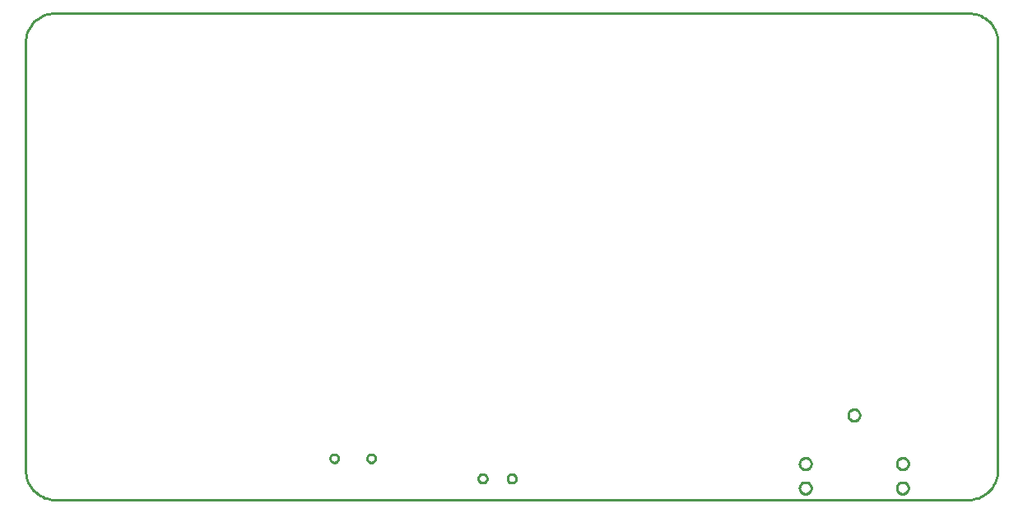
<source format=gbr>
G04 EAGLE Gerber RS-274X export*
G75*
%MOMM*%
%FSLAX34Y34*%
%LPD*%
%IN*%
%IPPOS*%
%AMOC8*
5,1,8,0,0,1.08239X$1,22.5*%
G01*
%ADD10C,0.254000*%


D10*
X0Y30000D02*
X114Y27385D01*
X456Y24791D01*
X1022Y22235D01*
X1809Y19739D01*
X2811Y17321D01*
X4019Y15000D01*
X5425Y12793D01*
X7019Y10716D01*
X8787Y8787D01*
X10716Y7019D01*
X12793Y5425D01*
X15000Y4019D01*
X17321Y2811D01*
X19739Y1809D01*
X22235Y1022D01*
X24791Y456D01*
X27385Y114D01*
X30000Y0D01*
X970000Y0D01*
X972615Y114D01*
X975210Y455D01*
X977765Y1021D01*
X980262Y1808D01*
X982680Y2809D01*
X985001Y4018D01*
X987209Y5424D01*
X989286Y7017D01*
X991216Y8785D01*
X992984Y10714D01*
X994578Y12790D01*
X995984Y14998D01*
X997193Y17319D01*
X998195Y19737D01*
X998982Y22233D01*
X999549Y24788D01*
X999891Y27383D01*
X1000000Y29410D01*
X1000000Y470590D01*
X999861Y473178D01*
X999497Y475744D01*
X998911Y478268D01*
X998107Y480732D01*
X997092Y483116D01*
X995873Y485403D01*
X994459Y487575D01*
X992861Y489615D01*
X991091Y491508D01*
X989163Y493240D01*
X987091Y494797D01*
X984892Y496168D01*
X982581Y497342D01*
X980177Y498309D01*
X977698Y499064D01*
X975163Y499600D01*
X972590Y499913D01*
X970000Y500000D01*
X30000Y500000D01*
X27385Y499886D01*
X24790Y499544D01*
X22235Y498978D01*
X19739Y498191D01*
X17321Y497189D01*
X15000Y495981D01*
X12792Y494575D01*
X10716Y492981D01*
X8787Y491213D01*
X7019Y489284D01*
X5425Y487207D01*
X4019Y485000D01*
X2811Y482679D01*
X1809Y480261D01*
X1022Y477765D01*
X456Y475210D01*
X114Y472615D01*
X0Y470000D01*
X0Y470000D01*
X0Y30000D01*
X901833Y42830D02*
X901311Y42778D01*
X900796Y42680D01*
X900292Y42538D01*
X899801Y42353D01*
X899329Y42125D01*
X898878Y41858D01*
X898453Y41552D01*
X898055Y41210D01*
X897689Y40834D01*
X897357Y40429D01*
X897062Y39995D01*
X896805Y39538D01*
X896590Y39060D01*
X896417Y38565D01*
X896287Y38057D01*
X896203Y37540D01*
X896163Y37017D01*
X896170Y36493D01*
X896222Y35971D01*
X896320Y35456D01*
X896462Y34952D01*
X896647Y34461D01*
X896875Y33989D01*
X897142Y33538D01*
X897448Y33113D01*
X897790Y32715D01*
X898166Y32349D01*
X898571Y32017D01*
X899005Y31722D01*
X899462Y31465D01*
X899940Y31250D01*
X900435Y31077D01*
X900943Y30947D01*
X901460Y30863D01*
X901983Y30823D01*
X902507Y30830D01*
X903177Y30905D01*
X903690Y31015D01*
X904191Y31170D01*
X904676Y31367D01*
X905143Y31607D01*
X905587Y31886D01*
X906004Y32202D01*
X906393Y32554D01*
X906750Y32938D01*
X907072Y33352D01*
X907356Y33793D01*
X907601Y34256D01*
X907805Y34739D01*
X907965Y35238D01*
X908082Y35750D01*
X908154Y36269D01*
X908180Y36793D01*
X908160Y37316D01*
X908095Y37837D01*
X907985Y38349D01*
X907830Y38850D01*
X907632Y39336D01*
X907393Y39802D01*
X907114Y40246D01*
X906798Y40664D01*
X906446Y41053D01*
X906062Y41409D01*
X905648Y41731D01*
X905207Y42016D01*
X904744Y42261D01*
X904261Y42464D01*
X903762Y42625D01*
X903250Y42742D01*
X902731Y42813D01*
X902207Y42839D01*
X901833Y42830D01*
X317271Y46570D02*
X316902Y46530D01*
X316537Y46457D01*
X316181Y46353D01*
X315834Y46218D01*
X315501Y46054D01*
X315183Y45861D01*
X314884Y45641D01*
X314604Y45396D01*
X314348Y45128D01*
X314115Y44838D01*
X313909Y44529D01*
X313730Y44203D01*
X313580Y43863D01*
X313461Y43511D01*
X313373Y43151D01*
X313316Y42783D01*
X313292Y42412D01*
X313300Y42041D01*
X313341Y41672D01*
X313413Y41307D01*
X313517Y40951D01*
X313652Y40604D01*
X313816Y40271D01*
X314009Y39953D01*
X314229Y39654D01*
X314474Y39374D01*
X314742Y39118D01*
X315032Y38885D01*
X315341Y38679D01*
X315667Y38500D01*
X316007Y38350D01*
X316359Y38231D01*
X316720Y38143D01*
X317087Y38086D01*
X317458Y38062D01*
X317829Y38070D01*
X318381Y38143D01*
X318562Y38183D01*
X318919Y38287D01*
X319265Y38422D01*
X319599Y38586D01*
X319916Y38779D01*
X320216Y38999D01*
X320495Y39244D01*
X320752Y39512D01*
X320985Y39802D01*
X321191Y40111D01*
X321370Y40437D01*
X321519Y40777D01*
X321639Y41129D01*
X321727Y41489D01*
X321784Y41857D01*
X321808Y42227D01*
X321800Y42599D01*
X321759Y42968D01*
X321687Y43333D01*
X321583Y43689D01*
X321448Y44036D01*
X321284Y44369D01*
X321091Y44687D01*
X320871Y44986D01*
X320626Y45265D01*
X320358Y45522D01*
X320068Y45755D01*
X319759Y45961D01*
X319433Y46140D01*
X319093Y46290D01*
X318741Y46409D01*
X318380Y46497D01*
X318013Y46554D01*
X317642Y46578D01*
X317271Y46570D01*
X901833Y17830D02*
X901311Y17778D01*
X900796Y17680D01*
X900292Y17538D01*
X899801Y17353D01*
X899329Y17125D01*
X898878Y16858D01*
X898453Y16552D01*
X898055Y16210D01*
X897689Y15834D01*
X897357Y15429D01*
X897062Y14995D01*
X896805Y14538D01*
X896590Y14060D01*
X896417Y13565D01*
X896287Y13057D01*
X896203Y12540D01*
X896163Y12017D01*
X896170Y11493D01*
X896222Y10971D01*
X896320Y10456D01*
X896462Y9952D01*
X896647Y9461D01*
X896875Y8989D01*
X897142Y8538D01*
X897448Y8113D01*
X897790Y7715D01*
X898166Y7349D01*
X898571Y7017D01*
X899005Y6722D01*
X899462Y6465D01*
X899940Y6250D01*
X900435Y6077D01*
X900943Y5947D01*
X901460Y5863D01*
X901983Y5823D01*
X902507Y5830D01*
X903177Y5905D01*
X903544Y5979D01*
X904049Y6121D01*
X904539Y6307D01*
X905011Y6534D01*
X905462Y6802D01*
X905888Y7108D01*
X906285Y7450D01*
X906651Y7825D01*
X906983Y8231D01*
X907279Y8664D01*
X907535Y9122D01*
X907751Y9599D01*
X907924Y10094D01*
X908053Y10602D01*
X908138Y11120D01*
X908177Y11643D01*
X908170Y12167D01*
X908118Y12689D01*
X908021Y13204D01*
X907879Y13708D01*
X907693Y14199D01*
X907466Y14671D01*
X907198Y15122D01*
X906892Y15548D01*
X906550Y15945D01*
X906175Y16311D01*
X905769Y16643D01*
X905336Y16938D01*
X904878Y17195D01*
X904400Y17410D01*
X903906Y17583D01*
X903397Y17713D01*
X902880Y17797D01*
X902357Y17837D01*
X901833Y17830D01*
X801833Y17830D02*
X801311Y17778D01*
X800796Y17680D01*
X800292Y17538D01*
X799801Y17353D01*
X799329Y17125D01*
X798878Y16858D01*
X798453Y16552D01*
X798055Y16210D01*
X797689Y15834D01*
X797357Y15429D01*
X797062Y14995D01*
X796805Y14538D01*
X796590Y14060D01*
X796417Y13565D01*
X796287Y13057D01*
X796203Y12540D01*
X796163Y12017D01*
X796170Y11493D01*
X796222Y10971D01*
X796320Y10456D01*
X796462Y9952D01*
X796647Y9461D01*
X796875Y8989D01*
X797142Y8538D01*
X797448Y8113D01*
X797790Y7715D01*
X798166Y7349D01*
X798571Y7017D01*
X799005Y6722D01*
X799462Y6465D01*
X799940Y6250D01*
X800435Y6077D01*
X800943Y5947D01*
X801460Y5863D01*
X801983Y5823D01*
X802507Y5830D01*
X803177Y5905D01*
X803544Y5979D01*
X804049Y6121D01*
X804539Y6307D01*
X805011Y6534D01*
X805462Y6802D01*
X805888Y7108D01*
X806285Y7450D01*
X806651Y7825D01*
X806983Y8231D01*
X807279Y8664D01*
X807535Y9122D01*
X807751Y9599D01*
X807924Y10094D01*
X808053Y10602D01*
X808138Y11120D01*
X808177Y11643D01*
X808170Y12167D01*
X808118Y12689D01*
X808021Y13204D01*
X807879Y13708D01*
X807693Y14199D01*
X807466Y14671D01*
X807198Y15122D01*
X806892Y15548D01*
X806550Y15945D01*
X806175Y16311D01*
X805769Y16643D01*
X805336Y16938D01*
X804878Y17195D01*
X804400Y17410D01*
X803906Y17583D01*
X803397Y17713D01*
X802880Y17797D01*
X802357Y17837D01*
X801833Y17830D01*
X851833Y92830D02*
X851311Y92778D01*
X850796Y92680D01*
X850292Y92538D01*
X849801Y92353D01*
X849329Y92125D01*
X848878Y91858D01*
X848453Y91552D01*
X848055Y91210D01*
X847689Y90834D01*
X847357Y90429D01*
X847062Y89995D01*
X846805Y89538D01*
X846590Y89060D01*
X846417Y88565D01*
X846287Y88057D01*
X846203Y87540D01*
X846163Y87017D01*
X846170Y86493D01*
X846222Y85971D01*
X846320Y85456D01*
X846462Y84952D01*
X846647Y84461D01*
X846875Y83989D01*
X847142Y83538D01*
X847448Y83113D01*
X847790Y82715D01*
X848166Y82349D01*
X848571Y82017D01*
X849005Y81722D01*
X849462Y81465D01*
X849940Y81250D01*
X850435Y81077D01*
X850943Y80947D01*
X851460Y80863D01*
X851983Y80823D01*
X852507Y80830D01*
X853177Y80906D01*
X853690Y81016D01*
X854190Y81171D01*
X854676Y81368D01*
X855143Y81608D01*
X855586Y81887D01*
X856004Y82203D01*
X856393Y82555D01*
X856749Y82939D01*
X857071Y83353D01*
X857356Y83794D01*
X857601Y84257D01*
X857804Y84740D01*
X857965Y85239D01*
X858082Y85750D01*
X858153Y86269D01*
X858179Y86793D01*
X858160Y87317D01*
X858094Y87837D01*
X857984Y88350D01*
X857830Y88851D01*
X857632Y89336D01*
X857393Y89803D01*
X857114Y90246D01*
X856797Y90664D01*
X856446Y91053D01*
X856061Y91410D01*
X855647Y91731D01*
X855207Y92016D01*
X854743Y92261D01*
X854260Y92464D01*
X853761Y92625D01*
X853250Y92742D01*
X852731Y92813D01*
X852207Y92839D01*
X851833Y92830D01*
X355271Y46570D02*
X354902Y46530D01*
X354537Y46457D01*
X354181Y46353D01*
X353834Y46218D01*
X353501Y46054D01*
X353183Y45861D01*
X352884Y45641D01*
X352604Y45396D01*
X352348Y45128D01*
X352115Y44838D01*
X351909Y44529D01*
X351730Y44203D01*
X351580Y43863D01*
X351461Y43511D01*
X351373Y43151D01*
X351316Y42783D01*
X351292Y42412D01*
X351300Y42041D01*
X351341Y41672D01*
X351413Y41307D01*
X351517Y40951D01*
X351652Y40604D01*
X351816Y40271D01*
X352009Y39953D01*
X352229Y39654D01*
X352474Y39374D01*
X352742Y39118D01*
X353032Y38885D01*
X353341Y38679D01*
X353667Y38500D01*
X354007Y38350D01*
X354359Y38231D01*
X354720Y38143D01*
X355087Y38086D01*
X355458Y38062D01*
X355829Y38070D01*
X356381Y38143D01*
X356742Y38231D01*
X357094Y38351D01*
X357434Y38500D01*
X357760Y38679D01*
X358068Y38886D01*
X358358Y39118D01*
X358627Y39375D01*
X358872Y39655D01*
X359091Y39954D01*
X359284Y40272D01*
X359448Y40605D01*
X359583Y40951D01*
X359687Y41308D01*
X359759Y41673D01*
X359800Y42042D01*
X359808Y42413D01*
X359783Y42784D01*
X359727Y43151D01*
X359639Y43512D01*
X359519Y43864D01*
X359369Y44204D01*
X359191Y44530D01*
X358984Y44839D01*
X358752Y45128D01*
X358495Y45397D01*
X358215Y45642D01*
X357916Y45861D01*
X357598Y46054D01*
X357265Y46219D01*
X356919Y46353D01*
X356562Y46457D01*
X356197Y46530D01*
X355828Y46570D01*
X355457Y46578D01*
X355271Y46570D01*
X801833Y42830D02*
X801311Y42778D01*
X800796Y42680D01*
X800292Y42538D01*
X799801Y42353D01*
X799329Y42125D01*
X798878Y41858D01*
X798453Y41552D01*
X798055Y41210D01*
X797689Y40834D01*
X797357Y40429D01*
X797062Y39995D01*
X796805Y39538D01*
X796590Y39060D01*
X796417Y38565D01*
X796287Y38057D01*
X796203Y37540D01*
X796163Y37017D01*
X796170Y36493D01*
X796222Y35971D01*
X796320Y35456D01*
X796462Y34952D01*
X796647Y34461D01*
X796875Y33989D01*
X797142Y33538D01*
X797448Y33113D01*
X797790Y32715D01*
X798166Y32349D01*
X798571Y32017D01*
X799005Y31722D01*
X799462Y31465D01*
X799940Y31250D01*
X800435Y31077D01*
X800943Y30947D01*
X801460Y30863D01*
X801983Y30823D01*
X802507Y30830D01*
X803177Y30905D01*
X803690Y31015D01*
X804191Y31170D01*
X804676Y31367D01*
X805143Y31607D01*
X805587Y31886D01*
X806004Y32202D01*
X806393Y32554D01*
X806750Y32938D01*
X807072Y33352D01*
X807356Y33793D01*
X807601Y34256D01*
X807805Y34739D01*
X807965Y35238D01*
X808082Y35750D01*
X808154Y36269D01*
X808180Y36793D01*
X808160Y37316D01*
X808095Y37837D01*
X807985Y38349D01*
X807830Y38850D01*
X807632Y39336D01*
X807393Y39802D01*
X807114Y40246D01*
X806798Y40664D01*
X806446Y41053D01*
X806062Y41409D01*
X805648Y41731D01*
X805207Y42016D01*
X804744Y42261D01*
X804261Y42464D01*
X803762Y42625D01*
X803250Y42742D01*
X802731Y42813D01*
X802207Y42839D01*
X801833Y42830D01*
X495717Y20710D02*
X495760Y20518D01*
X495870Y20140D01*
X496012Y19773D01*
X496186Y19420D01*
X496390Y19084D01*
X496623Y18767D01*
X496883Y18471D01*
X497167Y18199D01*
X497474Y17952D01*
X497801Y17734D01*
X498146Y17544D01*
X498506Y17386D01*
X498879Y17259D01*
X499261Y17166D01*
X499650Y17106D01*
X500043Y17080D01*
X500436Y17089D01*
X500827Y17132D01*
X501213Y17208D01*
X501591Y17318D01*
X501958Y17461D01*
X502311Y17635D01*
X502647Y17839D01*
X502965Y18072D01*
X503260Y18331D01*
X503533Y18616D01*
X503779Y18922D01*
X503997Y19250D01*
X504187Y19595D01*
X504345Y19955D01*
X504472Y20327D01*
X504565Y20710D01*
X504625Y21099D01*
X504651Y21491D01*
X504642Y21885D01*
X504600Y22276D01*
X504523Y22662D01*
X504413Y23040D01*
X504270Y23406D01*
X504096Y23759D01*
X503892Y24096D01*
X503659Y24413D01*
X503400Y24709D01*
X503116Y24981D01*
X502809Y25228D01*
X502481Y25446D01*
X502136Y25635D01*
X501776Y25794D01*
X501404Y25920D01*
X501021Y26014D01*
X500632Y26074D01*
X500240Y26100D01*
X499846Y26091D01*
X499455Y26048D01*
X499069Y25971D01*
X498691Y25861D01*
X498325Y25719D01*
X497972Y25545D01*
X497635Y25341D01*
X497318Y25108D01*
X497022Y24848D01*
X496750Y24564D01*
X496504Y24257D01*
X496285Y23930D01*
X496096Y23585D01*
X495937Y23225D01*
X495811Y22852D01*
X495717Y22470D01*
X495657Y22081D01*
X495631Y21688D01*
X495640Y21295D01*
X495717Y20710D01*
X465717Y20710D02*
X465760Y20518D01*
X465870Y20140D01*
X466012Y19773D01*
X466186Y19420D01*
X466390Y19084D01*
X466623Y18767D01*
X466883Y18471D01*
X467167Y18199D01*
X467474Y17952D01*
X467801Y17734D01*
X468146Y17544D01*
X468506Y17386D01*
X468879Y17259D01*
X469261Y17166D01*
X469650Y17106D01*
X470043Y17080D01*
X470436Y17089D01*
X470827Y17132D01*
X471213Y17208D01*
X471591Y17318D01*
X471958Y17461D01*
X472311Y17635D01*
X472647Y17839D01*
X472965Y18072D01*
X473260Y18331D01*
X473533Y18616D01*
X473779Y18922D01*
X473997Y19250D01*
X474187Y19595D01*
X474345Y19955D01*
X474472Y20327D01*
X474565Y20710D01*
X474625Y21099D01*
X474651Y21491D01*
X474642Y21885D01*
X474600Y22276D01*
X474523Y22662D01*
X474413Y23040D01*
X474270Y23406D01*
X474096Y23759D01*
X473892Y24096D01*
X473659Y24413D01*
X473400Y24709D01*
X473116Y24981D01*
X472809Y25228D01*
X472481Y25446D01*
X472136Y25635D01*
X471776Y25794D01*
X471404Y25920D01*
X471021Y26014D01*
X470632Y26074D01*
X470240Y26100D01*
X469846Y26091D01*
X469455Y26048D01*
X469069Y25971D01*
X468691Y25861D01*
X468325Y25719D01*
X467972Y25545D01*
X467635Y25341D01*
X467318Y25108D01*
X467022Y24848D01*
X466750Y24564D01*
X466504Y24257D01*
X466285Y23930D01*
X466096Y23585D01*
X465937Y23225D01*
X465811Y22852D01*
X465717Y22470D01*
X465657Y22081D01*
X465631Y21688D01*
X465640Y21295D01*
X465717Y20710D01*
X908170Y36493D02*
X908095Y35823D01*
X907945Y35166D01*
X907722Y34530D01*
X907430Y33923D01*
X907071Y33353D01*
X906651Y32826D01*
X906174Y32349D01*
X905648Y31929D01*
X905077Y31570D01*
X904470Y31278D01*
X903834Y31055D01*
X903177Y30905D01*
X902507Y30830D01*
X901833Y30830D01*
X901163Y30905D01*
X900506Y31055D01*
X899870Y31278D01*
X899263Y31570D01*
X898693Y31929D01*
X898166Y32349D01*
X897689Y32826D01*
X897269Y33353D01*
X896910Y33923D01*
X896618Y34530D01*
X896395Y35166D01*
X896245Y35823D01*
X896170Y36493D01*
X896170Y37167D01*
X896245Y37837D01*
X896395Y38494D01*
X896618Y39130D01*
X896910Y39737D01*
X897269Y40308D01*
X897689Y40834D01*
X898166Y41311D01*
X898693Y41731D01*
X899263Y42090D01*
X899870Y42382D01*
X900506Y42605D01*
X901163Y42755D01*
X901833Y42830D01*
X902507Y42830D01*
X903177Y42755D01*
X903834Y42605D01*
X904470Y42382D01*
X905077Y42090D01*
X905648Y41731D01*
X906174Y41311D01*
X906651Y40834D01*
X907071Y40308D01*
X907430Y39737D01*
X907722Y39130D01*
X907945Y38494D01*
X908095Y37837D01*
X908170Y37167D01*
X908170Y36493D01*
X908170Y11493D02*
X908095Y10823D01*
X907945Y10166D01*
X907722Y9530D01*
X907430Y8923D01*
X907071Y8353D01*
X906651Y7826D01*
X906174Y7349D01*
X905648Y6929D01*
X905077Y6570D01*
X904470Y6278D01*
X903834Y6055D01*
X903177Y5905D01*
X902507Y5830D01*
X901833Y5830D01*
X901163Y5905D01*
X900506Y6055D01*
X899870Y6278D01*
X899263Y6570D01*
X898693Y6929D01*
X898166Y7349D01*
X897689Y7826D01*
X897269Y8353D01*
X896910Y8923D01*
X896618Y9530D01*
X896395Y10166D01*
X896245Y10823D01*
X896170Y11493D01*
X896170Y12167D01*
X896245Y12837D01*
X896395Y13494D01*
X896618Y14130D01*
X896910Y14737D01*
X897269Y15308D01*
X897689Y15834D01*
X898166Y16311D01*
X898693Y16731D01*
X899263Y17090D01*
X899870Y17382D01*
X900506Y17605D01*
X901163Y17755D01*
X901833Y17830D01*
X902507Y17830D01*
X903177Y17755D01*
X903834Y17605D01*
X904470Y17382D01*
X905077Y17090D01*
X905648Y16731D01*
X906174Y16311D01*
X906651Y15834D01*
X907071Y15308D01*
X907430Y14737D01*
X907722Y14130D01*
X907945Y13494D01*
X908095Y12837D01*
X908170Y12167D01*
X908170Y11493D01*
X808170Y11493D02*
X808095Y10823D01*
X807945Y10166D01*
X807722Y9530D01*
X807430Y8923D01*
X807071Y8353D01*
X806651Y7826D01*
X806174Y7349D01*
X805648Y6929D01*
X805077Y6570D01*
X804470Y6278D01*
X803834Y6055D01*
X803177Y5905D01*
X802507Y5830D01*
X801833Y5830D01*
X801163Y5905D01*
X800506Y6055D01*
X799870Y6278D01*
X799263Y6570D01*
X798693Y6929D01*
X798166Y7349D01*
X797689Y7826D01*
X797269Y8353D01*
X796910Y8923D01*
X796618Y9530D01*
X796395Y10166D01*
X796245Y10823D01*
X796170Y11493D01*
X796170Y12167D01*
X796245Y12837D01*
X796395Y13494D01*
X796618Y14130D01*
X796910Y14737D01*
X797269Y15308D01*
X797689Y15834D01*
X798166Y16311D01*
X798693Y16731D01*
X799263Y17090D01*
X799870Y17382D01*
X800506Y17605D01*
X801163Y17755D01*
X801833Y17830D01*
X802507Y17830D01*
X803177Y17755D01*
X803834Y17605D01*
X804470Y17382D01*
X805077Y17090D01*
X805648Y16731D01*
X806174Y16311D01*
X806651Y15834D01*
X807071Y15308D01*
X807430Y14737D01*
X807722Y14130D01*
X807945Y13494D01*
X808095Y12837D01*
X808170Y12167D01*
X808170Y11493D01*
X808170Y36493D02*
X808095Y35823D01*
X807945Y35166D01*
X807722Y34530D01*
X807430Y33923D01*
X807071Y33353D01*
X806651Y32826D01*
X806174Y32349D01*
X805648Y31929D01*
X805077Y31570D01*
X804470Y31278D01*
X803834Y31055D01*
X803177Y30905D01*
X802507Y30830D01*
X801833Y30830D01*
X801163Y30905D01*
X800506Y31055D01*
X799870Y31278D01*
X799263Y31570D01*
X798693Y31929D01*
X798166Y32349D01*
X797689Y32826D01*
X797269Y33353D01*
X796910Y33923D01*
X796618Y34530D01*
X796395Y35166D01*
X796245Y35823D01*
X796170Y36493D01*
X796170Y37167D01*
X796245Y37837D01*
X796395Y38494D01*
X796618Y39130D01*
X796910Y39737D01*
X797269Y40308D01*
X797689Y40834D01*
X798166Y41311D01*
X798693Y41731D01*
X799263Y42090D01*
X799870Y42382D01*
X800506Y42605D01*
X801163Y42755D01*
X801833Y42830D01*
X802507Y42830D01*
X803177Y42755D01*
X803834Y42605D01*
X804470Y42382D01*
X805077Y42090D01*
X805648Y41731D01*
X806174Y41311D01*
X806651Y40834D01*
X807071Y40308D01*
X807430Y39737D01*
X807722Y39130D01*
X807945Y38494D01*
X808095Y37837D01*
X808170Y37167D01*
X808170Y36493D01*
X858170Y86493D02*
X858095Y85823D01*
X857945Y85166D01*
X857722Y84530D01*
X857430Y83923D01*
X857071Y83353D01*
X856651Y82826D01*
X856174Y82349D01*
X855648Y81929D01*
X855077Y81570D01*
X854470Y81278D01*
X853834Y81055D01*
X853177Y80905D01*
X852507Y80830D01*
X851833Y80830D01*
X851163Y80905D01*
X850506Y81055D01*
X849870Y81278D01*
X849263Y81570D01*
X848693Y81929D01*
X848166Y82349D01*
X847689Y82826D01*
X847269Y83353D01*
X846910Y83923D01*
X846618Y84530D01*
X846395Y85166D01*
X846245Y85823D01*
X846170Y86493D01*
X846170Y87167D01*
X846245Y87837D01*
X846395Y88494D01*
X846618Y89130D01*
X846910Y89737D01*
X847269Y90308D01*
X847689Y90834D01*
X848166Y91311D01*
X848693Y91731D01*
X849263Y92090D01*
X849870Y92382D01*
X850506Y92605D01*
X851163Y92755D01*
X851833Y92830D01*
X852507Y92830D01*
X853177Y92755D01*
X853834Y92605D01*
X854470Y92382D01*
X855077Y92090D01*
X855648Y91731D01*
X856174Y91311D01*
X856651Y90834D01*
X857071Y90308D01*
X857430Y89737D01*
X857722Y89130D01*
X857945Y88494D01*
X858095Y87837D01*
X858170Y87167D01*
X858170Y86493D01*
X504640Y21295D02*
X504563Y20710D01*
X504410Y20140D01*
X504185Y19595D01*
X503890Y19085D01*
X503531Y18617D01*
X503113Y18199D01*
X502645Y17840D01*
X502135Y17545D01*
X501590Y17320D01*
X501020Y17167D01*
X500435Y17090D01*
X499845Y17090D01*
X499260Y17167D01*
X498690Y17320D01*
X498145Y17545D01*
X497635Y17840D01*
X497167Y18199D01*
X496749Y18617D01*
X496390Y19085D01*
X496095Y19595D01*
X495870Y20140D01*
X495717Y20710D01*
X495640Y21295D01*
X495640Y21885D01*
X495717Y22470D01*
X495870Y23040D01*
X496095Y23585D01*
X496390Y24095D01*
X496749Y24563D01*
X497167Y24981D01*
X497635Y25340D01*
X498145Y25635D01*
X498690Y25860D01*
X499260Y26013D01*
X499845Y26090D01*
X500435Y26090D01*
X501020Y26013D01*
X501590Y25860D01*
X502135Y25635D01*
X502645Y25340D01*
X503113Y24981D01*
X503531Y24563D01*
X503890Y24095D01*
X504185Y23585D01*
X504410Y23040D01*
X504563Y22470D01*
X504640Y21885D01*
X504640Y21295D01*
X474640Y21295D02*
X474563Y20710D01*
X474410Y20140D01*
X474185Y19595D01*
X473890Y19085D01*
X473531Y18617D01*
X473113Y18199D01*
X472645Y17840D01*
X472135Y17545D01*
X471590Y17320D01*
X471020Y17167D01*
X470435Y17090D01*
X469845Y17090D01*
X469260Y17167D01*
X468690Y17320D01*
X468145Y17545D01*
X467635Y17840D01*
X467167Y18199D01*
X466749Y18617D01*
X466390Y19085D01*
X466095Y19595D01*
X465870Y20140D01*
X465717Y20710D01*
X465640Y21295D01*
X465640Y21885D01*
X465717Y22470D01*
X465870Y23040D01*
X466095Y23585D01*
X466390Y24095D01*
X466749Y24563D01*
X467167Y24981D01*
X467635Y25340D01*
X468145Y25635D01*
X468690Y25860D01*
X469260Y26013D01*
X469845Y26090D01*
X470435Y26090D01*
X471020Y26013D01*
X471590Y25860D01*
X472135Y25635D01*
X472645Y25340D01*
X473113Y24981D01*
X473531Y24563D01*
X473890Y24095D01*
X474185Y23585D01*
X474410Y23040D01*
X474563Y22470D01*
X474640Y21885D01*
X474640Y21295D01*
X359800Y42041D02*
X359727Y41489D01*
X359583Y40951D01*
X359370Y40436D01*
X359091Y39954D01*
X358752Y39512D01*
X358358Y39118D01*
X357916Y38779D01*
X357434Y38500D01*
X356919Y38287D01*
X356381Y38143D01*
X355829Y38070D01*
X355271Y38070D01*
X354719Y38143D01*
X354181Y38287D01*
X353666Y38500D01*
X353184Y38779D01*
X352742Y39118D01*
X352348Y39512D01*
X352009Y39954D01*
X351730Y40436D01*
X351517Y40951D01*
X351373Y41489D01*
X351300Y42041D01*
X351300Y42599D01*
X351373Y43151D01*
X351517Y43689D01*
X351730Y44204D01*
X352009Y44686D01*
X352348Y45128D01*
X352742Y45522D01*
X353184Y45861D01*
X353666Y46140D01*
X354181Y46353D01*
X354719Y46497D01*
X355271Y46570D01*
X355829Y46570D01*
X356381Y46497D01*
X356919Y46353D01*
X357434Y46140D01*
X357916Y45861D01*
X358358Y45522D01*
X358752Y45128D01*
X359091Y44686D01*
X359370Y44204D01*
X359583Y43689D01*
X359727Y43151D01*
X359800Y42599D01*
X359800Y42041D01*
X321800Y42041D02*
X321727Y41489D01*
X321583Y40951D01*
X321370Y40436D01*
X321091Y39954D01*
X320752Y39512D01*
X320358Y39118D01*
X319916Y38779D01*
X319434Y38500D01*
X318919Y38287D01*
X318381Y38143D01*
X317829Y38070D01*
X317271Y38070D01*
X316719Y38143D01*
X316181Y38287D01*
X315666Y38500D01*
X315184Y38779D01*
X314742Y39118D01*
X314348Y39512D01*
X314009Y39954D01*
X313730Y40436D01*
X313517Y40951D01*
X313373Y41489D01*
X313300Y42041D01*
X313300Y42599D01*
X313373Y43151D01*
X313517Y43689D01*
X313730Y44204D01*
X314009Y44686D01*
X314348Y45128D01*
X314742Y45522D01*
X315184Y45861D01*
X315666Y46140D01*
X316181Y46353D01*
X316719Y46497D01*
X317271Y46570D01*
X317829Y46570D01*
X318381Y46497D01*
X318919Y46353D01*
X319434Y46140D01*
X319916Y45861D01*
X320358Y45522D01*
X320752Y45128D01*
X321091Y44686D01*
X321370Y44204D01*
X321583Y43689D01*
X321727Y43151D01*
X321800Y42599D01*
X321800Y42041D01*
X474640Y21885D02*
X474563Y22470D01*
X474410Y23040D01*
X474185Y23585D01*
X473890Y24095D01*
X473531Y24563D01*
X473113Y24981D01*
X472645Y25340D01*
X472135Y25635D01*
X471590Y25860D01*
X471020Y26013D01*
X470435Y26090D01*
X469845Y26090D01*
X469260Y26013D01*
X468690Y25860D01*
X468145Y25635D01*
X467635Y25340D01*
X467167Y24981D01*
X466749Y24563D01*
X466390Y24095D01*
X466095Y23585D01*
X465870Y23040D01*
X465717Y22470D01*
X465640Y21885D01*
X465640Y21295D01*
X465717Y20710D01*
X465870Y20140D01*
X466095Y19595D01*
X466390Y19085D01*
X466749Y18617D01*
X467167Y18199D01*
X467635Y17840D01*
X468145Y17545D01*
X468690Y17320D01*
X469260Y17167D01*
X469845Y17090D01*
X470435Y17090D01*
X471020Y17167D01*
X471590Y17320D01*
X472135Y17545D01*
X472645Y17840D01*
X473113Y18199D01*
X473531Y18617D01*
X473890Y19085D01*
X474185Y19595D01*
X474410Y20140D01*
X474563Y20710D01*
X474640Y21295D01*
X474640Y21885D01*
X504640Y21885D02*
X504563Y22470D01*
X504410Y23040D01*
X504185Y23585D01*
X503890Y24095D01*
X503531Y24563D01*
X503113Y24981D01*
X502645Y25340D01*
X502135Y25635D01*
X501590Y25860D01*
X501020Y26013D01*
X500435Y26090D01*
X499845Y26090D01*
X499260Y26013D01*
X498690Y25860D01*
X498145Y25635D01*
X497635Y25340D01*
X497167Y24981D01*
X496749Y24563D01*
X496390Y24095D01*
X496095Y23585D01*
X495870Y23040D01*
X495717Y22470D01*
X495640Y21885D01*
X495640Y21295D01*
X495717Y20710D01*
X495870Y20140D01*
X496095Y19595D01*
X496390Y19085D01*
X496749Y18617D01*
X497167Y18199D01*
X497635Y17840D01*
X498145Y17545D01*
X498690Y17320D01*
X499260Y17167D01*
X499845Y17090D01*
X500435Y17090D01*
X501020Y17167D01*
X501590Y17320D01*
X502135Y17545D01*
X502645Y17840D01*
X503113Y18199D01*
X503531Y18617D01*
X503890Y19085D01*
X504185Y19595D01*
X504410Y20140D01*
X504563Y20710D01*
X504640Y21295D01*
X504640Y21885D01*
X901833Y42830D02*
X901163Y42755D01*
X900506Y42605D01*
X899870Y42382D01*
X899263Y42090D01*
X898693Y41731D01*
X898166Y41311D01*
X897689Y40834D01*
X897269Y40308D01*
X896910Y39737D01*
X896618Y39130D01*
X896395Y38494D01*
X896245Y37837D01*
X896170Y37167D01*
X896170Y36493D01*
X896245Y35823D01*
X896395Y35166D01*
X896618Y34530D01*
X896910Y33923D01*
X897269Y33353D01*
X897689Y32826D01*
X898166Y32349D01*
X898693Y31929D01*
X899263Y31570D01*
X899870Y31278D01*
X900506Y31055D01*
X901163Y30905D01*
X901833Y30830D01*
X902507Y30830D01*
X903177Y30905D01*
X903834Y31055D01*
X904470Y31278D01*
X905077Y31570D01*
X905648Y31929D01*
X906174Y32349D01*
X906651Y32826D01*
X907071Y33353D01*
X907430Y33923D01*
X907722Y34530D01*
X907945Y35166D01*
X908095Y35823D01*
X908170Y36493D01*
X908170Y37167D01*
X908095Y37837D01*
X907945Y38494D01*
X907722Y39130D01*
X907430Y39737D01*
X907071Y40308D01*
X906651Y40834D01*
X906174Y41311D01*
X905648Y41731D01*
X905077Y42090D01*
X904470Y42382D01*
X903834Y42605D01*
X903177Y42755D01*
X902507Y42830D01*
X901833Y42830D01*
X901833Y17830D02*
X901163Y17755D01*
X900506Y17605D01*
X899870Y17382D01*
X899263Y17090D01*
X898693Y16731D01*
X898166Y16311D01*
X897689Y15834D01*
X897269Y15308D01*
X896910Y14737D01*
X896618Y14130D01*
X896395Y13494D01*
X896245Y12837D01*
X896170Y12167D01*
X896170Y11493D01*
X896245Y10823D01*
X896395Y10166D01*
X896618Y9530D01*
X896910Y8923D01*
X897269Y8353D01*
X897689Y7826D01*
X898166Y7349D01*
X898693Y6929D01*
X899263Y6570D01*
X899870Y6278D01*
X900506Y6055D01*
X901163Y5905D01*
X901833Y5830D01*
X902507Y5830D01*
X903177Y5905D01*
X903834Y6055D01*
X904470Y6278D01*
X905077Y6570D01*
X905648Y6929D01*
X906174Y7349D01*
X906651Y7826D01*
X907071Y8353D01*
X907430Y8923D01*
X907722Y9530D01*
X907945Y10166D01*
X908095Y10823D01*
X908170Y11493D01*
X908170Y12167D01*
X908095Y12837D01*
X907945Y13494D01*
X907722Y14130D01*
X907430Y14737D01*
X907071Y15308D01*
X906651Y15834D01*
X906174Y16311D01*
X905648Y16731D01*
X905077Y17090D01*
X904470Y17382D01*
X903834Y17605D01*
X903177Y17755D01*
X902507Y17830D01*
X901833Y17830D01*
X801833Y17830D02*
X801163Y17755D01*
X800506Y17605D01*
X799870Y17382D01*
X799263Y17090D01*
X798693Y16731D01*
X798166Y16311D01*
X797689Y15834D01*
X797269Y15308D01*
X796910Y14737D01*
X796618Y14130D01*
X796395Y13494D01*
X796245Y12837D01*
X796170Y12167D01*
X796170Y11493D01*
X796245Y10823D01*
X796395Y10166D01*
X796618Y9530D01*
X796910Y8923D01*
X797269Y8353D01*
X797689Y7826D01*
X798166Y7349D01*
X798693Y6929D01*
X799263Y6570D01*
X799870Y6278D01*
X800506Y6055D01*
X801163Y5905D01*
X801833Y5830D01*
X802507Y5830D01*
X803177Y5905D01*
X803834Y6055D01*
X804470Y6278D01*
X805077Y6570D01*
X805648Y6929D01*
X806174Y7349D01*
X806651Y7826D01*
X807071Y8353D01*
X807430Y8923D01*
X807722Y9530D01*
X807945Y10166D01*
X808095Y10823D01*
X808170Y11493D01*
X808170Y12167D01*
X808095Y12837D01*
X807945Y13494D01*
X807722Y14130D01*
X807430Y14737D01*
X807071Y15308D01*
X806651Y15834D01*
X806174Y16311D01*
X805648Y16731D01*
X805077Y17090D01*
X804470Y17382D01*
X803834Y17605D01*
X803177Y17755D01*
X802507Y17830D01*
X801833Y17830D01*
X801833Y42830D02*
X801163Y42755D01*
X800506Y42605D01*
X799870Y42382D01*
X799263Y42090D01*
X798693Y41731D01*
X798166Y41311D01*
X797689Y40834D01*
X797269Y40308D01*
X796910Y39737D01*
X796618Y39130D01*
X796395Y38494D01*
X796245Y37837D01*
X796170Y37167D01*
X796170Y36493D01*
X796245Y35823D01*
X796395Y35166D01*
X796618Y34530D01*
X796910Y33923D01*
X797269Y33353D01*
X797689Y32826D01*
X798166Y32349D01*
X798693Y31929D01*
X799263Y31570D01*
X799870Y31278D01*
X800506Y31055D01*
X801163Y30905D01*
X801833Y30830D01*
X802507Y30830D01*
X803177Y30905D01*
X803834Y31055D01*
X804470Y31278D01*
X805077Y31570D01*
X805648Y31929D01*
X806174Y32349D01*
X806651Y32826D01*
X807071Y33353D01*
X807430Y33923D01*
X807722Y34530D01*
X807945Y35166D01*
X808095Y35823D01*
X808170Y36493D01*
X808170Y37167D01*
X808095Y37837D01*
X807945Y38494D01*
X807722Y39130D01*
X807430Y39737D01*
X807071Y40308D01*
X806651Y40834D01*
X806174Y41311D01*
X805648Y41731D01*
X805077Y42090D01*
X804470Y42382D01*
X803834Y42605D01*
X803177Y42755D01*
X802507Y42830D01*
X801833Y42830D01*
X851833Y92830D02*
X851163Y92755D01*
X850506Y92605D01*
X849870Y92382D01*
X849263Y92090D01*
X848693Y91731D01*
X848166Y91311D01*
X847689Y90834D01*
X847269Y90308D01*
X846910Y89737D01*
X846618Y89130D01*
X846395Y88494D01*
X846245Y87837D01*
X846170Y87167D01*
X846170Y86493D01*
X846245Y85823D01*
X846395Y85166D01*
X846618Y84530D01*
X846910Y83923D01*
X847269Y83353D01*
X847689Y82826D01*
X848166Y82349D01*
X848693Y81929D01*
X849263Y81570D01*
X849870Y81278D01*
X850506Y81055D01*
X851163Y80905D01*
X851833Y80830D01*
X852507Y80830D01*
X853177Y80905D01*
X853834Y81055D01*
X854470Y81278D01*
X855077Y81570D01*
X855648Y81929D01*
X856174Y82349D01*
X856651Y82826D01*
X857071Y83353D01*
X857430Y83923D01*
X857722Y84530D01*
X857945Y85166D01*
X858095Y85823D01*
X858170Y86493D01*
X858170Y87167D01*
X858095Y87837D01*
X857945Y88494D01*
X857722Y89130D01*
X857430Y89737D01*
X857071Y90308D01*
X856651Y90834D01*
X856174Y91311D01*
X855648Y91731D01*
X855077Y92090D01*
X854470Y92382D01*
X853834Y92605D01*
X853177Y92755D01*
X852507Y92830D01*
X851833Y92830D01*
X355271Y46570D02*
X354719Y46497D01*
X354181Y46353D01*
X353666Y46140D01*
X353184Y45861D01*
X352742Y45522D01*
X352348Y45128D01*
X352009Y44686D01*
X351730Y44204D01*
X351517Y43689D01*
X351373Y43151D01*
X351300Y42599D01*
X351300Y42041D01*
X351373Y41489D01*
X351517Y40951D01*
X351730Y40436D01*
X352009Y39954D01*
X352348Y39512D01*
X352742Y39118D01*
X353184Y38779D01*
X353666Y38500D01*
X354181Y38287D01*
X354719Y38143D01*
X355271Y38070D01*
X355829Y38070D01*
X356381Y38143D01*
X356919Y38287D01*
X357434Y38500D01*
X357916Y38779D01*
X358358Y39118D01*
X358752Y39512D01*
X359091Y39954D01*
X359370Y40436D01*
X359583Y40951D01*
X359727Y41489D01*
X359800Y42041D01*
X359800Y42599D01*
X359727Y43151D01*
X359583Y43689D01*
X359370Y44204D01*
X359091Y44686D01*
X358752Y45128D01*
X358358Y45522D01*
X357916Y45861D01*
X357434Y46140D01*
X356919Y46353D01*
X356381Y46497D01*
X355829Y46570D01*
X355271Y46570D01*
X317271Y46570D02*
X316719Y46497D01*
X316181Y46353D01*
X315666Y46140D01*
X315184Y45861D01*
X314742Y45522D01*
X314348Y45128D01*
X314009Y44686D01*
X313730Y44204D01*
X313517Y43689D01*
X313373Y43151D01*
X313300Y42599D01*
X313300Y42041D01*
X313373Y41489D01*
X313517Y40951D01*
X313730Y40436D01*
X314009Y39954D01*
X314348Y39512D01*
X314742Y39118D01*
X315184Y38779D01*
X315666Y38500D01*
X316181Y38287D01*
X316719Y38143D01*
X317271Y38070D01*
X317829Y38070D01*
X318381Y38143D01*
X318919Y38287D01*
X319434Y38500D01*
X319916Y38779D01*
X320358Y39118D01*
X320752Y39512D01*
X321091Y39954D01*
X321370Y40436D01*
X321583Y40951D01*
X321727Y41489D01*
X321800Y42041D01*
X321800Y42599D01*
X321727Y43151D01*
X321583Y43689D01*
X321370Y44204D01*
X321091Y44686D01*
X320752Y45128D01*
X320358Y45522D01*
X319916Y45861D01*
X319434Y46140D01*
X318919Y46353D01*
X318381Y46497D01*
X317829Y46570D01*
X317271Y46570D01*
M02*

</source>
